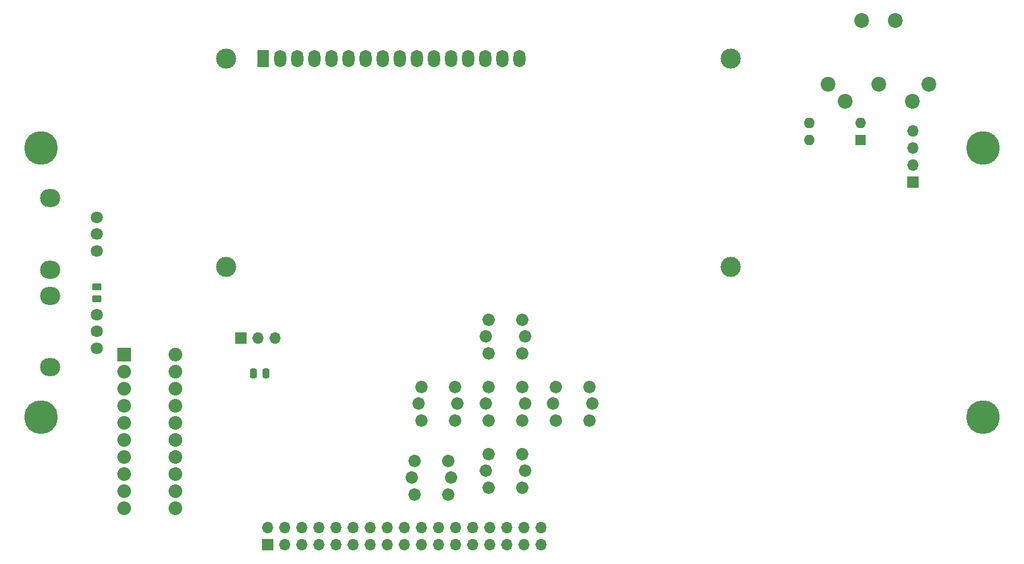
<source format=gbs>
G04 #@! TF.GenerationSoftware,KiCad,Pcbnew,(6.0.2)*
G04 #@! TF.CreationDate,2022-08-07T22:21:35-07:00*
G04 #@! TF.ProjectId,LightDrumInterface,4c696768-7444-4727-956d-496e74657266,rev?*
G04 #@! TF.SameCoordinates,Original*
G04 #@! TF.FileFunction,Soldermask,Bot*
G04 #@! TF.FilePolarity,Negative*
%FSLAX46Y46*%
G04 Gerber Fmt 4.6, Leading zero omitted, Abs format (unit mm)*
G04 Created by KiCad (PCBNEW (6.0.2)) date 2022-08-07 22:21:35*
%MOMM*%
%LPD*%
G01*
G04 APERTURE LIST*
G04 Aperture macros list*
%AMRoundRect*
0 Rectangle with rounded corners*
0 $1 Rounding radius*
0 $2 $3 $4 $5 $6 $7 $8 $9 X,Y pos of 4 corners*
0 Add a 4 corners polygon primitive as box body*
4,1,4,$2,$3,$4,$5,$6,$7,$8,$9,$2,$3,0*
0 Add four circle primitives for the rounded corners*
1,1,$1+$1,$2,$3*
1,1,$1+$1,$4,$5*
1,1,$1+$1,$6,$7*
1,1,$1+$1,$8,$9*
0 Add four rect primitives between the rounded corners*
20,1,$1+$1,$2,$3,$4,$5,0*
20,1,$1+$1,$4,$5,$6,$7,0*
20,1,$1+$1,$6,$7,$8,$9,0*
20,1,$1+$1,$8,$9,$2,$3,0*%
G04 Aperture macros list end*
%ADD10C,2.200000*%
%ADD11C,5.000000*%
%ADD12R,2.032000X2.032000*%
%ADD13C,2.032000*%
%ADD14C,1.850000*%
%ADD15R,1.600000X1.600000*%
%ADD16O,1.600000X1.600000*%
%ADD17R,1.700000X1.700000*%
%ADD18O,1.700000X1.700000*%
%ADD19O,3.000000X2.700000*%
%ADD20C,1.800000*%
%ADD21C,3.000000*%
%ADD22R,1.800000X2.600000*%
%ADD23O,1.800000X2.600000*%
%ADD24RoundRect,0.250000X0.250000X0.475000X-0.250000X0.475000X-0.250000X-0.475000X0.250000X-0.475000X0*%
%ADD25RoundRect,0.250000X0.450000X-0.262500X0.450000X0.262500X-0.450000X0.262500X-0.450000X-0.262500X0*%
G04 APERTURE END LIST*
D10*
X150940000Y-40500000D03*
X158440000Y-40500000D03*
X165940000Y-40500000D03*
X153440000Y-43000000D03*
X163440000Y-43000000D03*
X155940000Y-31000000D03*
X160940000Y-31000000D03*
D11*
X33940000Y-90000000D03*
X33940000Y-50000000D03*
D12*
X46237500Y-80677500D03*
D13*
X46237500Y-83217500D03*
X46237500Y-85757500D03*
X46237500Y-88297500D03*
X46237500Y-90837500D03*
X46237500Y-93377500D03*
X46237500Y-95917500D03*
X46237500Y-98457500D03*
X46237500Y-100997500D03*
X46237500Y-103537500D03*
X53857500Y-103537500D03*
X53857500Y-100997500D03*
X53857500Y-98457500D03*
X53857500Y-95917500D03*
X53857500Y-93377500D03*
X53857500Y-90837500D03*
X53857500Y-88297500D03*
X53857500Y-85757500D03*
X53857500Y-83217500D03*
X53857500Y-80677500D03*
D14*
X89440000Y-96500000D03*
X94440000Y-96500000D03*
X89440000Y-101500000D03*
X94440000Y-101500000D03*
X89040000Y-99000000D03*
X94840000Y-99000000D03*
X110440000Y-85500000D03*
X115440000Y-85500000D03*
X110440000Y-90500000D03*
X115440000Y-90500000D03*
X110040000Y-88000000D03*
X115840000Y-88000000D03*
X100440000Y-75500000D03*
X105440000Y-75500000D03*
X100440000Y-80500000D03*
X105440000Y-80500000D03*
X100040000Y-78000000D03*
X105840000Y-78000000D03*
D15*
X155740000Y-48775000D03*
D16*
X155740000Y-46235000D03*
X148120000Y-46235000D03*
X148120000Y-48775000D03*
D17*
X63650000Y-78250000D03*
D18*
X66190000Y-78250000D03*
X68730000Y-78250000D03*
D11*
X173940000Y-90000000D03*
D14*
X100440000Y-95500000D03*
X105440000Y-95500000D03*
X100440000Y-100500000D03*
X105440000Y-100500000D03*
X100040000Y-98000000D03*
X105840000Y-98000000D03*
D11*
X173940000Y-50000000D03*
D17*
X163500000Y-55000000D03*
D18*
X163500000Y-52460000D03*
X163500000Y-49920000D03*
X163500000Y-47380000D03*
D14*
X90440000Y-85500000D03*
X95440000Y-85500000D03*
X90440000Y-90500000D03*
X95440000Y-90500000D03*
X90040000Y-88000000D03*
X95840000Y-88000000D03*
D19*
X35250000Y-82550000D03*
X35250000Y-71950000D03*
D20*
X42250000Y-79750000D03*
X42250000Y-77250000D03*
X42250000Y-74750000D03*
D14*
X100440000Y-85500000D03*
X105440000Y-85500000D03*
X100440000Y-90500000D03*
X105440000Y-90500000D03*
X100040000Y-88000000D03*
X105840000Y-88000000D03*
D21*
X61440900Y-36642500D03*
X136440000Y-36642500D03*
X136439480Y-67643200D03*
X61440900Y-67643200D03*
D22*
X66940000Y-36642500D03*
D23*
X69480000Y-36642500D03*
X72020000Y-36642500D03*
X74560000Y-36642500D03*
X77100000Y-36642500D03*
X79640000Y-36642500D03*
X82180000Y-36642500D03*
X84720000Y-36642500D03*
X87260000Y-36642500D03*
X89800000Y-36642500D03*
X92340000Y-36642500D03*
X94880000Y-36642500D03*
X97420000Y-36642500D03*
X99960000Y-36642500D03*
X102500000Y-36642500D03*
X105040000Y-36642500D03*
D19*
X35250000Y-68050000D03*
X35250000Y-57450000D03*
D20*
X42250000Y-65250000D03*
X42250000Y-62750000D03*
X42250000Y-60250000D03*
D24*
X67390000Y-83500000D03*
X65490000Y-83500000D03*
D25*
X42250000Y-72412500D03*
X42250000Y-70587500D03*
D17*
X67640000Y-109000000D03*
D18*
X67640000Y-106460000D03*
X70180000Y-109000000D03*
X70180000Y-106460000D03*
X72720000Y-109000000D03*
X72720000Y-106460000D03*
X75260000Y-109000000D03*
X75260000Y-106460000D03*
X77800000Y-109000000D03*
X77800000Y-106460000D03*
X80340000Y-109000000D03*
X80340000Y-106460000D03*
X82880000Y-109000000D03*
X82880000Y-106460000D03*
X85420000Y-109000000D03*
X85420000Y-106460000D03*
X87960000Y-109000000D03*
X87960000Y-106460000D03*
X90500000Y-109000000D03*
X90500000Y-106460000D03*
X93040000Y-109000000D03*
X93040000Y-106460000D03*
X95580000Y-109000000D03*
X95580000Y-106460000D03*
X98120000Y-109000000D03*
X98120000Y-106460000D03*
X100660000Y-109000000D03*
X100660000Y-106460000D03*
X103200000Y-109000000D03*
X103200000Y-106460000D03*
X105740000Y-109000000D03*
X105740000Y-106460000D03*
X108280000Y-109000000D03*
X108280000Y-106460000D03*
M02*

</source>
